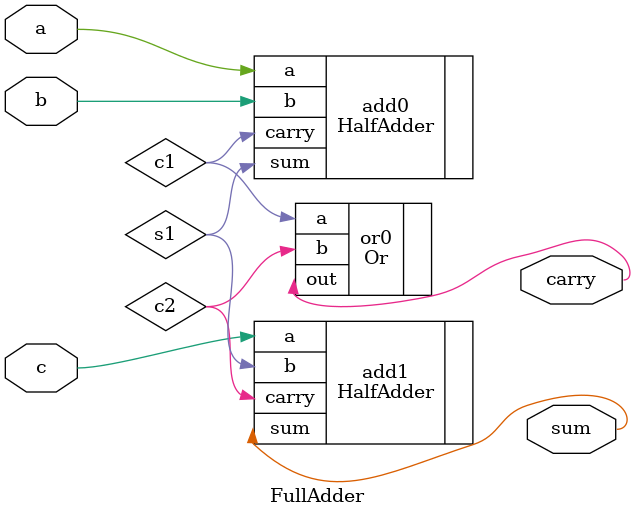
<source format=v>
/**
 * Computes the sum of three bits.
 */

`default_nettype none
module FullAdder(
	input a,		//1-bit input
	input b,		//1-bit input
	input c,		//1-bit input
	output sum,		//Right bit of a + b + c
	output carry	//Left bit of a + b + c
);
	wire s1;
	wire c1;
	wire c2;

	HalfAdder add0(.a(a), .b(b), .sum(s1), .carry(c1));
	HalfAdder add1(.a(c), .b(s1), .sum(sum), .carry(c2));
	Or or0(.a(c1), .b(c2), .out(carry));

endmodule

</source>
